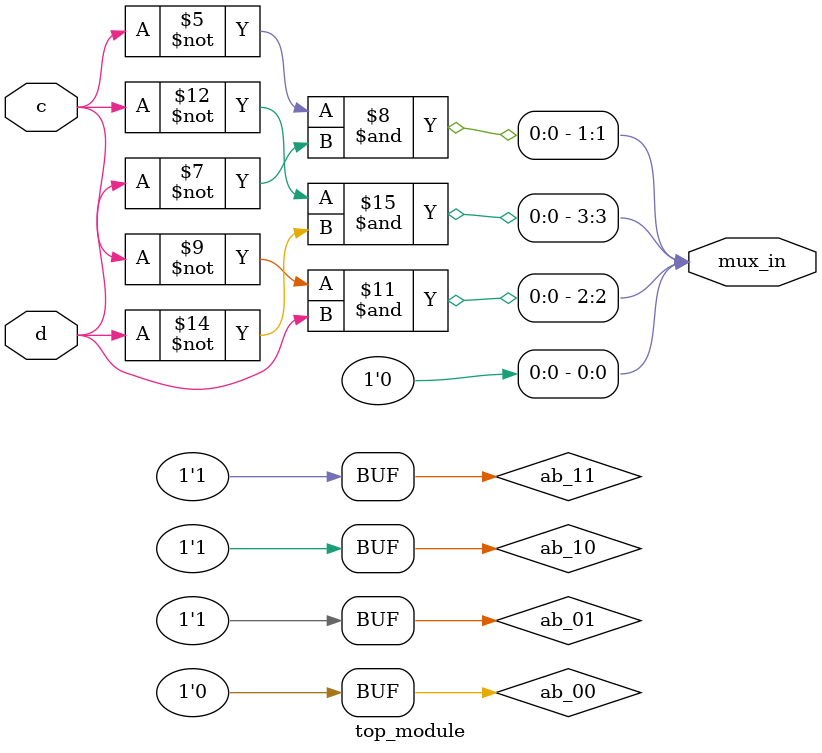
<source format=sv>
module top_module (
	input c,
	input d,
	output [3:0] mux_in
);

wire ab_00, ab_01, ab_11, ab_10;

assign ab_00 = 1'b0;
assign ab_01 = 1'b1;
assign ab_11 = 1'b1;
assign ab_10 = 1'b1;

assign mux_in[0] = ab_00 & (~c) & (~d);
assign mux_in[1] = ab_01 & (~c) & (~d);
assign mux_in[2] = ab_11 & (~c) & d;
assign mux_in[3] = ab_10 & (~c) & (~d);

endmodule

</source>
